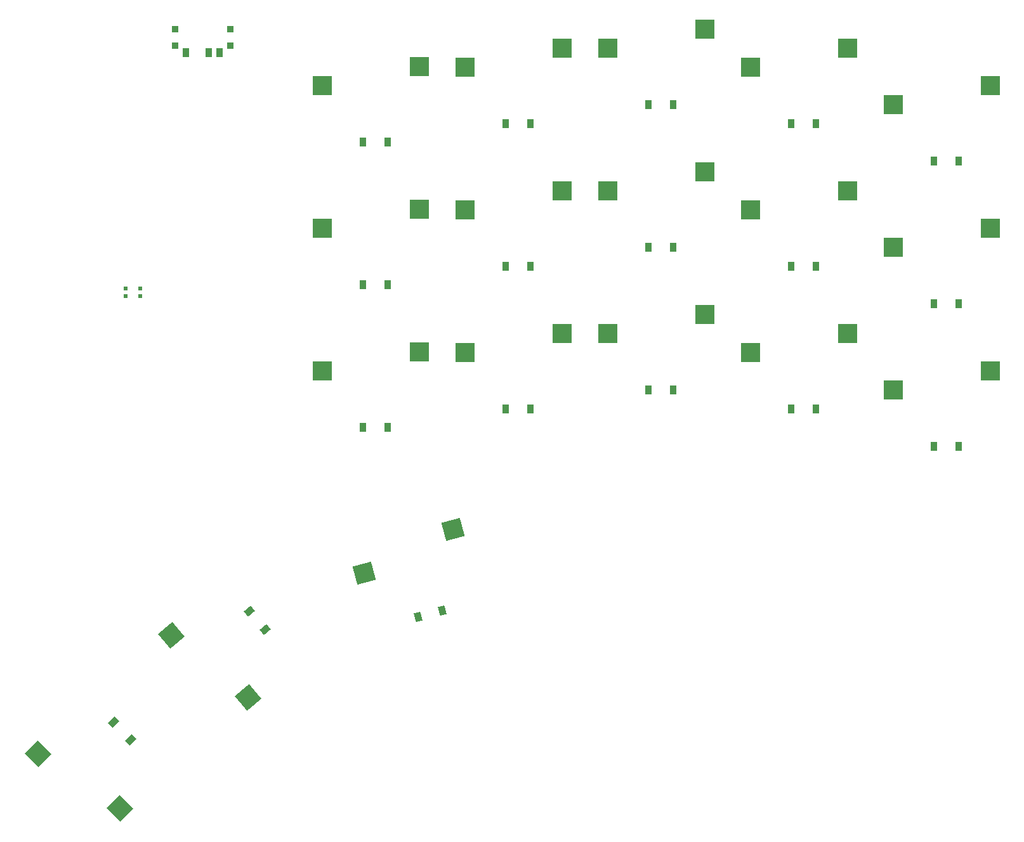
<source format=gbr>
%TF.GenerationSoftware,KiCad,Pcbnew,7.0.10*%
%TF.CreationDate,2024-02-19T14:22:16+02:00*%
%TF.ProjectId,juubo_right_final,6a757562-6f5f-4726-9967-68745f66696e,v1.0.0*%
%TF.SameCoordinates,Original*%
%TF.FileFunction,Paste,Bot*%
%TF.FilePolarity,Positive*%
%FSLAX46Y46*%
G04 Gerber Fmt 4.6, Leading zero omitted, Abs format (unit mm)*
G04 Created by KiCad (PCBNEW 7.0.10) date 2024-02-19 14:22:16*
%MOMM*%
%LPD*%
G01*
G04 APERTURE LIST*
G04 Aperture macros list*
%AMRotRect*
0 Rectangle, with rotation*
0 The origin of the aperture is its center*
0 $1 length*
0 $2 width*
0 $3 Rotation angle, in degrees counterclockwise*
0 Add horizontal line*
21,1,$1,$2,0,0,$3*%
G04 Aperture macros list end*
%ADD10R,0.900000X0.900000*%
%ADD11R,0.900000X1.250000*%
%ADD12R,0.900000X1.200000*%
%ADD13R,2.550000X2.500000*%
%ADD14RotRect,2.550000X2.500000X135.000000*%
%ADD15RotRect,2.550000X2.500000X130.000000*%
%ADD16RotRect,0.900000X1.200000X130.000000*%
%ADD17RotRect,0.900000X1.200000X15.000000*%
%ADD18RotRect,2.550000X2.500000X15.000000*%
%ADD19RotRect,0.900000X1.200000X135.000000*%
%ADD20R,0.500000X0.475000*%
G04 APERTURE END LIST*
D10*
%TO.C,T1*%
X288252306Y-51209506D03*
X288252306Y-53409506D03*
X295652306Y-51209506D03*
X295652306Y-53409506D03*
D11*
X289702306Y-54384506D03*
X292702306Y-54384506D03*
X294202306Y-54384506D03*
%TD*%
D12*
%TO.C,D10*%
X332402303Y-101899005D03*
X335702303Y-101899005D03*
%TD*%
%TO.C,D1*%
X389552306Y-106899003D03*
X392852306Y-106899003D03*
%TD*%
%TO.C,D8*%
X351452303Y-80349006D03*
X354752303Y-80349006D03*
%TD*%
D13*
%TO.C,S13*%
X307917303Y-96859003D03*
X320844303Y-94319003D03*
%TD*%
D12*
%TO.C,D14*%
X313352307Y-85349004D03*
X316652307Y-85349004D03*
%TD*%
D13*
%TO.C,S4*%
X365067304Y-94359007D03*
X377994304Y-91819007D03*
%TD*%
%TO.C,S6*%
X365067305Y-56259003D03*
X377994305Y-53719003D03*
%TD*%
%TO.C,S14*%
X307917305Y-77809004D03*
X320844305Y-75269004D03*
%TD*%
D12*
%TO.C,D2*%
X389552303Y-87849005D03*
X392852303Y-87849005D03*
%TD*%
D13*
%TO.C,S8*%
X346017305Y-72809005D03*
X358944305Y-70269005D03*
%TD*%
D12*
%TO.C,D12*%
X332402306Y-63799006D03*
X335702306Y-63799006D03*
%TD*%
%TO.C,D4*%
X370502303Y-101899007D03*
X373802303Y-101899007D03*
%TD*%
%TO.C,D7*%
X351452302Y-99399004D03*
X354752302Y-99399004D03*
%TD*%
D14*
%TO.C,S18*%
X280860901Y-155295215D03*
X269924081Y-147950497D03*
%TD*%
D13*
%TO.C,S7*%
X346017306Y-91859003D03*
X358944306Y-89319003D03*
%TD*%
D15*
%TO.C,S17*%
X298000047Y-140442019D03*
X287744979Y-132172043D03*
%TD*%
D12*
%TO.C,D13*%
X313352301Y-104399010D03*
X316652301Y-104399010D03*
%TD*%
%TO.C,D6*%
X370502304Y-63799004D03*
X373802304Y-63799004D03*
%TD*%
%TO.C,D11*%
X332402306Y-82849006D03*
X335702306Y-82849006D03*
%TD*%
D13*
%TO.C,S12*%
X326967307Y-56259004D03*
X339894307Y-53719004D03*
%TD*%
D16*
%TO.C,D17*%
X300282473Y-131431947D03*
X298161273Y-128904001D03*
%TD*%
D12*
%TO.C,D15*%
X313352302Y-66299007D03*
X316652302Y-66299007D03*
%TD*%
D17*
%TO.C,D16*%
X320702623Y-129705686D03*
X323890179Y-128851584D03*
%TD*%
D18*
%TO.C,S16*%
X313501321Y-123829286D03*
X325330444Y-118030081D03*
%TD*%
D19*
%TO.C,D18*%
X282349362Y-146120505D03*
X280015910Y-143787053D03*
%TD*%
D12*
%TO.C,D3*%
X389552303Y-68799001D03*
X392852303Y-68799001D03*
%TD*%
D13*
%TO.C,S15*%
X307917302Y-58759005D03*
X320844302Y-56219005D03*
%TD*%
D12*
%TO.C,D5*%
X370502308Y-82849005D03*
X373802308Y-82849005D03*
%TD*%
D13*
%TO.C,S1*%
X384117306Y-99359006D03*
X397044306Y-96819006D03*
%TD*%
D12*
%TO.C,D9*%
X351452304Y-61299004D03*
X354752304Y-61299004D03*
%TD*%
D13*
%TO.C,S2*%
X384117307Y-80309002D03*
X397044307Y-77769002D03*
%TD*%
%TO.C,S11*%
X326967306Y-75309003D03*
X339894306Y-72769003D03*
%TD*%
%TO.C,S9*%
X346017303Y-53759002D03*
X358944303Y-51219002D03*
%TD*%
%TO.C,S3*%
X384117302Y-61259003D03*
X397044302Y-58719003D03*
%TD*%
%TO.C,S5*%
X365067305Y-75309003D03*
X377994305Y-72769003D03*
%TD*%
%TO.C,S10*%
X326967308Y-94359004D03*
X339894308Y-91819004D03*
%TD*%
D20*
%TO.C,DISP1*%
X281664801Y-85837005D03*
X281664801Y-86861005D03*
%TD*%
%TO.C,DISP2*%
X283569806Y-85837009D03*
X283569806Y-86861009D03*
%TD*%
M02*

</source>
